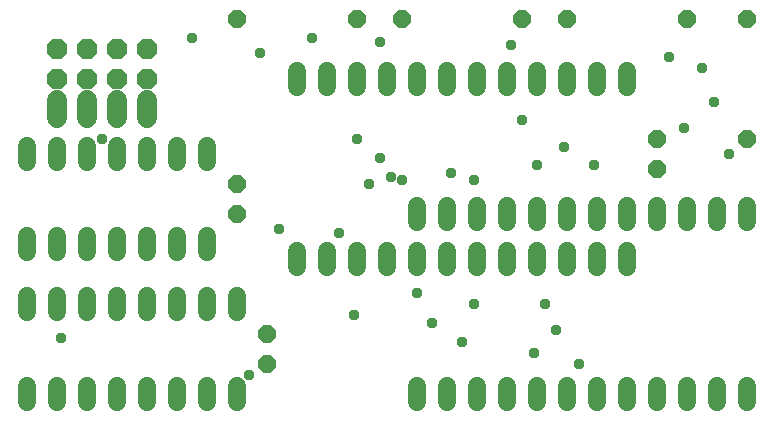
<source format=gbr>
G04 EAGLE Gerber RS-274X export*
G75*
%MOMM*%
%FSLAX34Y34*%
%LPD*%
%INSoldermask Top*%
%IPPOS*%
%AMOC8*
5,1,8,0,0,1.08239X$1,22.5*%
G01*
%ADD10C,1.524000*%
%ADD11P,1.869504X8X202.500000*%
%ADD12C,1.727200*%
%ADD13P,1.649562X8X202.500000*%
%ADD14P,1.649562X8X292.500000*%
%ADD15C,0.959600*%


D10*
X533400Y298704D02*
X533400Y285496D01*
X508000Y285496D02*
X508000Y298704D01*
X381000Y298704D02*
X381000Y285496D01*
X355600Y285496D02*
X355600Y298704D01*
X482600Y298704D02*
X482600Y285496D01*
X457200Y285496D02*
X457200Y298704D01*
X406400Y298704D02*
X406400Y285496D01*
X431800Y285496D02*
X431800Y298704D01*
X330200Y298704D02*
X330200Y285496D01*
X304800Y285496D02*
X304800Y298704D01*
X279400Y298704D02*
X279400Y285496D01*
X254000Y285496D02*
X254000Y298704D01*
X254000Y146304D02*
X254000Y133096D01*
X279400Y133096D02*
X279400Y146304D01*
X304800Y146304D02*
X304800Y133096D01*
X330200Y133096D02*
X330200Y146304D01*
X355600Y146304D02*
X355600Y133096D01*
X381000Y133096D02*
X381000Y146304D01*
X406400Y146304D02*
X406400Y133096D01*
X431800Y133096D02*
X431800Y146304D01*
X457200Y146304D02*
X457200Y133096D01*
X482600Y133096D02*
X482600Y146304D01*
X508000Y146304D02*
X508000Y133096D01*
X533400Y133096D02*
X533400Y146304D01*
X635000Y171196D02*
X635000Y184404D01*
X609600Y184404D02*
X609600Y171196D01*
X584200Y171196D02*
X584200Y184404D01*
X558800Y184404D02*
X558800Y171196D01*
X533400Y171196D02*
X533400Y184404D01*
X508000Y184404D02*
X508000Y171196D01*
X482600Y171196D02*
X482600Y184404D01*
X457200Y184404D02*
X457200Y171196D01*
X431800Y171196D02*
X431800Y184404D01*
X406400Y184404D02*
X406400Y171196D01*
X381000Y171196D02*
X381000Y184404D01*
X355600Y184404D02*
X355600Y171196D01*
X355600Y32004D02*
X355600Y18796D01*
X381000Y18796D02*
X381000Y32004D01*
X406400Y32004D02*
X406400Y18796D01*
X431800Y18796D02*
X431800Y32004D01*
X457200Y32004D02*
X457200Y18796D01*
X482600Y18796D02*
X482600Y32004D01*
X508000Y32004D02*
X508000Y18796D01*
X533400Y18796D02*
X533400Y32004D01*
X558800Y32004D02*
X558800Y18796D01*
X584200Y18796D02*
X584200Y32004D01*
X609600Y32004D02*
X609600Y18796D01*
X635000Y18796D02*
X635000Y32004D01*
X203200Y94996D02*
X203200Y108204D01*
X177800Y108204D02*
X177800Y94996D01*
X50800Y94996D02*
X50800Y108204D01*
X25400Y108204D02*
X25400Y94996D01*
X152400Y94996D02*
X152400Y108204D01*
X127000Y108204D02*
X127000Y94996D01*
X76200Y94996D02*
X76200Y108204D01*
X101600Y108204D02*
X101600Y94996D01*
X25400Y32004D02*
X25400Y18796D01*
X50800Y18796D02*
X50800Y32004D01*
X76200Y32004D02*
X76200Y18796D01*
X101600Y18796D02*
X101600Y32004D01*
X127000Y32004D02*
X127000Y18796D01*
X152400Y18796D02*
X152400Y32004D01*
X177800Y32004D02*
X177800Y18796D01*
X203200Y18796D02*
X203200Y32004D01*
X177800Y221996D02*
X177800Y235204D01*
X152400Y235204D02*
X152400Y221996D01*
X25400Y221996D02*
X25400Y235204D01*
X25400Y159004D02*
X25400Y145796D01*
X127000Y221996D02*
X127000Y235204D01*
X101600Y235204D02*
X101600Y221996D01*
X50800Y221996D02*
X50800Y235204D01*
X76200Y235204D02*
X76200Y221996D01*
X50800Y159004D02*
X50800Y145796D01*
X76200Y145796D02*
X76200Y159004D01*
X101600Y159004D02*
X101600Y145796D01*
X127000Y145796D02*
X127000Y159004D01*
X152400Y159004D02*
X152400Y145796D01*
X177800Y145796D02*
X177800Y159004D01*
D11*
X127000Y317500D03*
X127000Y292100D03*
X101600Y317500D03*
X101600Y292100D03*
X76200Y317500D03*
X76200Y292100D03*
X50800Y317500D03*
X50800Y292100D03*
D12*
X127000Y274320D02*
X127000Y259080D01*
X101600Y259080D02*
X101600Y274320D01*
X76200Y274320D02*
X76200Y259080D01*
X50800Y259080D02*
X50800Y274320D01*
D13*
X304800Y342900D03*
X203200Y342900D03*
X444500Y342900D03*
X342900Y342900D03*
X584200Y342900D03*
X482600Y342900D03*
D14*
X635000Y342900D03*
X635000Y241300D03*
X228600Y76200D03*
X228600Y50800D03*
X203200Y203200D03*
X203200Y177800D03*
X558800Y241300D03*
X558800Y215900D03*
D15*
X606425Y273050D03*
X581025Y250825D03*
X568325Y311150D03*
X301625Y92075D03*
X314325Y203200D03*
X504825Y219075D03*
X323850Y225425D03*
X479425Y234950D03*
X333375Y209550D03*
X457200Y219075D03*
X342900Y206375D03*
X403225Y206375D03*
X384175Y212725D03*
X619125Y228600D03*
X393700Y69850D03*
X596900Y301625D03*
X434975Y320675D03*
X454025Y60325D03*
X463550Y101600D03*
X492125Y50800D03*
X403225Y101600D03*
X355600Y111125D03*
X473075Y79375D03*
X238125Y165100D03*
X288925Y161925D03*
X368300Y85725D03*
X212725Y41275D03*
X222250Y314325D03*
X165100Y327025D03*
X53975Y73025D03*
X88900Y241300D03*
X323850Y323850D03*
X444500Y257175D03*
X304800Y241300D03*
X266700Y327025D03*
M02*

</source>
